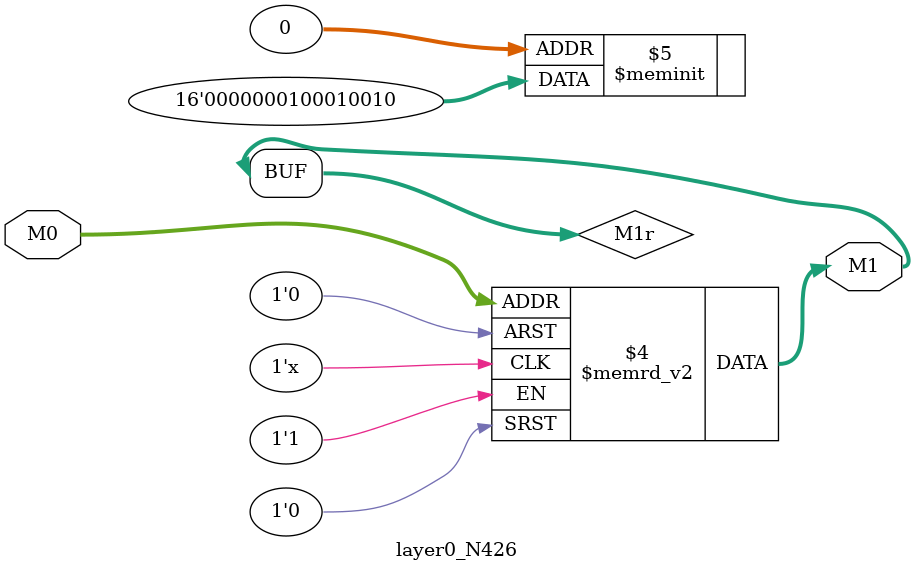
<source format=v>
module layer0_N426 ( input [2:0] M0, output [1:0] M1 );

	(*rom_style = "distributed" *) reg [1:0] M1r;
	assign M1 = M1r;
	always @ (M0) begin
		case (M0)
			3'b000: M1r = 2'b10;
			3'b100: M1r = 2'b01;
			3'b010: M1r = 2'b01;
			3'b110: M1r = 2'b00;
			3'b001: M1r = 2'b00;
			3'b101: M1r = 2'b00;
			3'b011: M1r = 2'b00;
			3'b111: M1r = 2'b00;

		endcase
	end
endmodule

</source>
